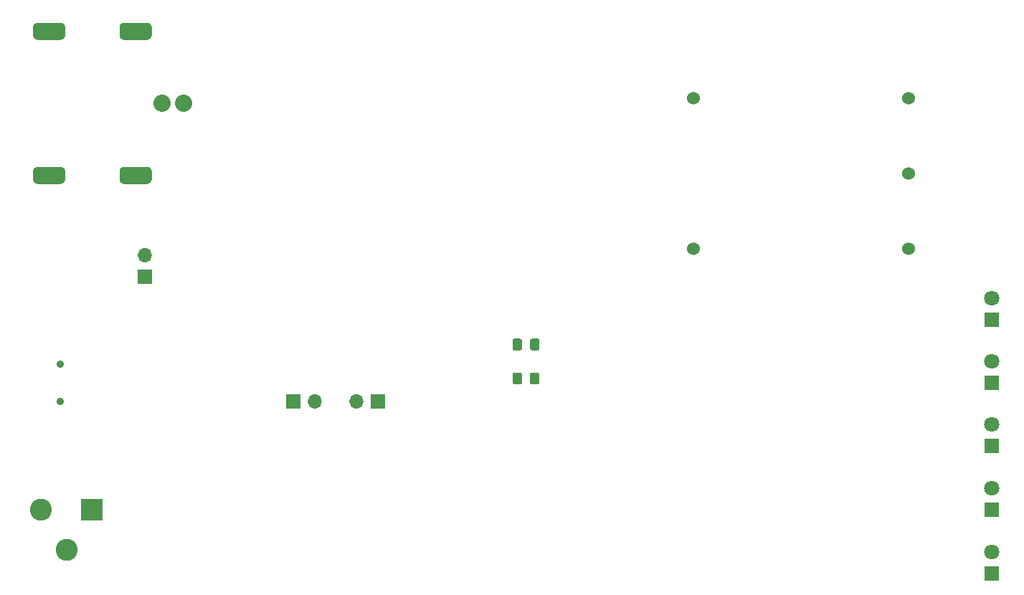
<source format=gbr>
%TF.GenerationSoftware,KiCad,Pcbnew,(5.1.9)-1*%
%TF.CreationDate,2021-10-23T17:52:33-05:00*%
%TF.ProjectId,simple-gpsdo,73696d70-6c65-42d6-9770-73646f2e6b69,C*%
%TF.SameCoordinates,Original*%
%TF.FileFunction,Soldermask,Bot*%
%TF.FilePolarity,Negative*%
%FSLAX46Y46*%
G04 Gerber Fmt 4.6, Leading zero omitted, Abs format (unit mm)*
G04 Created by KiCad (PCBNEW (5.1.9)-1) date 2021-10-23 17:52:33*
%MOMM*%
%LPD*%
G01*
G04 APERTURE LIST*
%ADD10C,1.524000*%
%ADD11R,2.600000X2.600000*%
%ADD12C,2.600000*%
%ADD13C,2.032000*%
%ADD14R,1.700000X1.700000*%
%ADD15O,1.700000X1.700000*%
%ADD16C,1.800000*%
%ADD17R,1.800000X1.800000*%
%ADD18C,0.900000*%
G04 APERTURE END LIST*
D10*
%TO.C,Y2*%
X180200000Y-106640000D03*
X180200000Y-97750000D03*
X180200000Y-88860000D03*
X154800000Y-88860000D03*
X154800000Y-106640000D03*
%TD*%
%TO.C,C4*%
G36*
G01*
X136600000Y-121549999D02*
X136600000Y-122450001D01*
G75*
G02*
X136350001Y-122700000I-249999J0D01*
G01*
X135699999Y-122700000D01*
G75*
G02*
X135450000Y-122450001I0J249999D01*
G01*
X135450000Y-121549999D01*
G75*
G02*
X135699999Y-121300000I249999J0D01*
G01*
X136350001Y-121300000D01*
G75*
G02*
X136600000Y-121549999I0J-249999D01*
G01*
G37*
G36*
G01*
X134550000Y-121549999D02*
X134550000Y-122450001D01*
G75*
G02*
X134300001Y-122700000I-249999J0D01*
G01*
X133649999Y-122700000D01*
G75*
G02*
X133400000Y-122450001I0J249999D01*
G01*
X133400000Y-121549999D01*
G75*
G02*
X133649999Y-121300000I249999J0D01*
G01*
X134300001Y-121300000D01*
G75*
G02*
X134550000Y-121549999I0J-249999D01*
G01*
G37*
%TD*%
%TO.C,C6*%
G36*
G01*
X135450000Y-118450001D02*
X135450000Y-117549999D01*
G75*
G02*
X135699999Y-117300000I249999J0D01*
G01*
X136350001Y-117300000D01*
G75*
G02*
X136600000Y-117549999I0J-249999D01*
G01*
X136600000Y-118450001D01*
G75*
G02*
X136350001Y-118700000I-249999J0D01*
G01*
X135699999Y-118700000D01*
G75*
G02*
X135450000Y-118450001I0J249999D01*
G01*
G37*
G36*
G01*
X133400000Y-118450001D02*
X133400000Y-117549999D01*
G75*
G02*
X133649999Y-117300000I249999J0D01*
G01*
X134300001Y-117300000D01*
G75*
G02*
X134550000Y-117549999I0J-249999D01*
G01*
X134550000Y-118450001D01*
G75*
G02*
X134300001Y-118700000I-249999J0D01*
G01*
X133649999Y-118700000D01*
G75*
G02*
X133400000Y-118450001I0J249999D01*
G01*
G37*
%TD*%
D11*
%TO.C,J2*%
X83750000Y-137500000D03*
D12*
X77750000Y-137500000D03*
X80750000Y-142200000D03*
%TD*%
D13*
%TO.C,J8*%
X92000000Y-89500000D03*
X94590800Y-89500000D03*
G36*
G01*
X87504200Y-96993000D02*
X90298200Y-96993000D01*
G75*
G02*
X90806200Y-97501000I0J-508000D01*
G01*
X90806200Y-98517000D01*
G75*
G02*
X90298200Y-99025000I-508000J0D01*
G01*
X87504200Y-99025000D01*
G75*
G02*
X86996200Y-98517000I0J508000D01*
G01*
X86996200Y-97501000D01*
G75*
G02*
X87504200Y-96993000I508000J0D01*
G01*
G37*
G36*
G01*
X87504200Y-79975000D02*
X90298200Y-79975000D01*
G75*
G02*
X90806200Y-80483000I0J-508000D01*
G01*
X90806200Y-81499000D01*
G75*
G02*
X90298200Y-82007000I-508000J0D01*
G01*
X87504200Y-82007000D01*
G75*
G02*
X86996200Y-81499000I0J508000D01*
G01*
X86996200Y-80483000D01*
G75*
G02*
X87504200Y-79975000I508000J0D01*
G01*
G37*
G36*
G01*
X77293400Y-96993000D02*
X80087400Y-96993000D01*
G75*
G02*
X80595400Y-97501000I0J-508000D01*
G01*
X80595400Y-98517000D01*
G75*
G02*
X80087400Y-99025000I-508000J0D01*
G01*
X77293400Y-99025000D01*
G75*
G02*
X76785400Y-98517000I0J508000D01*
G01*
X76785400Y-97501000D01*
G75*
G02*
X77293400Y-96993000I508000J0D01*
G01*
G37*
G36*
G01*
X77293400Y-79975000D02*
X80087400Y-79975000D01*
G75*
G02*
X80595400Y-80483000I0J-508000D01*
G01*
X80595400Y-81499000D01*
G75*
G02*
X80087400Y-82007000I-508000J0D01*
G01*
X77293400Y-82007000D01*
G75*
G02*
X76785400Y-81499000I0J508000D01*
G01*
X76785400Y-80483000D01*
G75*
G02*
X77293400Y-79975000I508000J0D01*
G01*
G37*
%TD*%
D14*
%TO.C,JP2*%
X117500000Y-124750000D03*
D15*
X114960000Y-124750000D03*
%TD*%
D14*
%TO.C,J1*%
X90000000Y-110000000D03*
D15*
X90000000Y-107460000D03*
%TD*%
D16*
%TO.C,D2*%
X190000000Y-134960000D03*
D17*
X190000000Y-137500000D03*
%TD*%
%TO.C,D3*%
X190000000Y-122500000D03*
D16*
X190000000Y-119960000D03*
%TD*%
%TO.C,D4*%
X190000000Y-142460000D03*
D17*
X190000000Y-145000000D03*
%TD*%
%TO.C,D5*%
X190000000Y-130000000D03*
D16*
X190000000Y-127460000D03*
%TD*%
D18*
%TO.C,J6*%
X80000000Y-120300000D03*
X80000000Y-124700000D03*
%TD*%
D14*
%TO.C,SW1*%
X107500000Y-124750000D03*
D15*
X110040000Y-124750000D03*
%TD*%
D17*
%TO.C,D6*%
X190000000Y-115040000D03*
D16*
X190000000Y-112500000D03*
%TD*%
M02*

</source>
